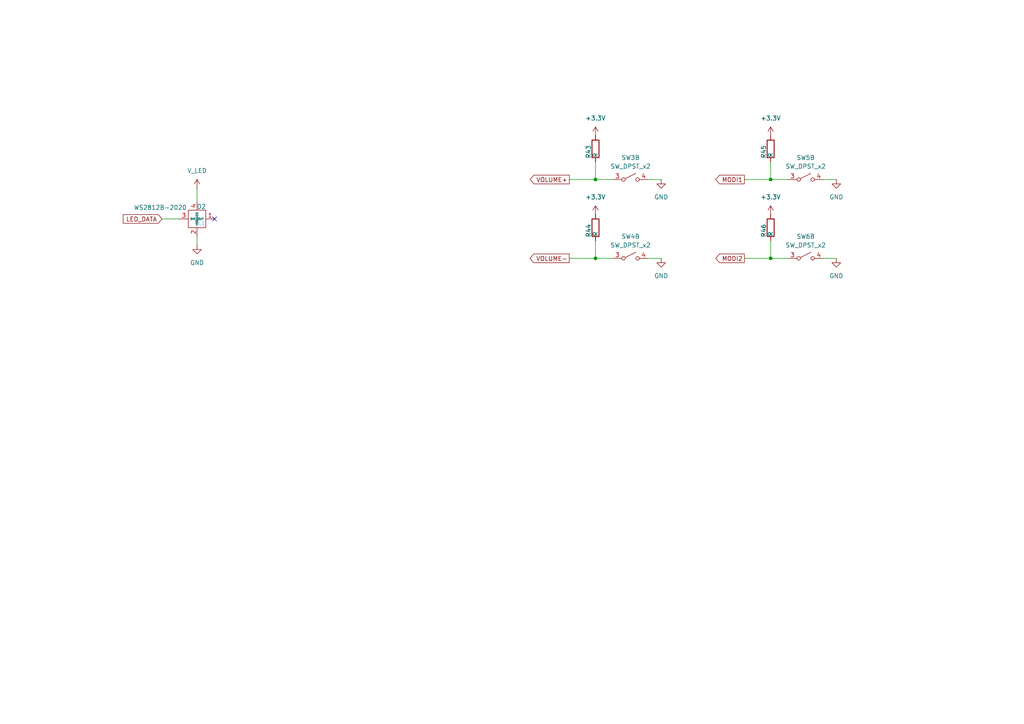
<source format=kicad_sch>
(kicad_sch (version 20231120) (generator "eeschema") (generator_version "8.0")
  (paper "A4")
  (lib_symbols
    (symbol "Device:R" (pin_numbers hide) (pin_names (offset 0))
      (property "Reference" "R" (at 2.032 0 90))
      (property "Value" "R" (at 0 0 90))
      (symbol "R_0_1"
        (rectangle (start -1.016 -2.54) (end 1.016 2.54) (stroke (width 0.254)))
      )
      (symbol "R_1_1"
        (pin passive line (at 0 3.81 270) (length 1.27) (name "~") (number "1"))
        (pin passive line (at 0 -3.81 90) (length 1.27) (name "~") (number "2"))
      )
    )
    (symbol "Matrix2_Schnuppiprojekt:WS2812B-2020_small"
      (property "Reference" "D" (at -2.794 4.826 0))
      (symbol "WS2812B-2020_small_1_1"
        (rectangle (start -2.54 2.54) (end 2.54 -2.54))
        (polyline (pts (xy 1.016 -1.016) (xy 0.508 -1.524) (xy 0.508 -1.27) (xy 0.508 -1.524) (xy 0.762 -1.524)) (stroke (width 0.0762) (color 159 183 255 1)))
        (polyline (pts (xy 1.27 -1.524) (xy 0.762 -2.032) (xy 0.762 -1.778) (xy 0.762 -2.032) (xy 1.016 -2.032)) (stroke (width 0.0762) (color 159 183 255 1)))
        (polyline (pts (xy 1.778 -1.778) (xy 1.27 -0.762) (xy 2.286 -0.762) (xy 1.778 -1.778) (xy 1.778 -0.508) (xy 1.778 -0.508) (xy 1.778 -1.778) (xy 1.27 -1.778) (xy 2.286 -1.778) (xy 1.778 -1.778) (xy 1.778 -2.032) (xy 1.778 -1.778)) (stroke (width 0.0762) (color 159 183 255 1)))
        (pin output line (at 5.08 0 180) (length 2.54) (name "DOUT") (number "1"))
        (pin power_in line (at 0 -5.08 90) (length 2.54) (name "VSS") (number "2"))
        (pin input line (at -5.08 0 0) (length 2.54) (name "DIN") (number "3"))
        (pin power_in line (at 0 5.08 270) (length 2.54) (name "VDD") (number "4"))
      )
    )
    (symbol "Switch:SW_DPST_x2" (pin_names (offset 0) hide)
      (property "Reference" "SW" (at 0 3.175 0))
      (property "Value" "SW_DPST_x2" (at 0 -2.54 0))
      (symbol "SW_DPST_x2_0_0"
        (circle (center -2.032 0) (radius 0.508))
        (polyline (pts (xy -1.524 0.254) (xy 1.524 1.778)))
        (circle (center 2.032 0) (radius 0.508))
      )
      (symbol "SW_DPST_x2_1_1"
        (pin passive line (at -5.08 0 0) (length 2.54) (name "A") (number "1"))
        (pin passive line (at 5.08 0 180) (length 2.54) (name "B") (number "2"))
      )
      (symbol "SW_DPST_x2_2_1"
        (pin passive line (at -5.08 0 0) (length 2.54) (name "A") (number "3"))
        (pin passive line (at 5.08 0 180) (length 2.54) (name "B") (number "4"))
      )
    )
    (symbol "power:+3.3V" (power) (pin_numbers hide) (pin_names (offset 0) hide)
      (property "Value" "+3.3V" (at 0 3.556 0))
      (symbol "+3.3V_0_1"
        (polyline (pts (xy -0.762 1.27) (xy 0 2.54)))
        (polyline (pts (xy 0 0) (xy 0 2.54)))
        (polyline (pts (xy 0 2.54) (xy 0.762 1.27)))
      )
      (symbol "+3.3V_1_1"
        (pin power_in line (at 0 0 90) (length 0) (name "~") (number "1"))
      )
    )
    (symbol "power:GND" (power) (pin_numbers hide) (pin_names (offset 0) hide)
      (property "Value" "GND" (at 0 -3.81 0))
      (symbol "GND_0_1"
        (polyline (pts (xy 0 0) (xy 0 -1.27) (xy 1.27 -1.27) (xy 0 -2.54) (xy -1.27 -1.27) (xy 0 -1.27)))
      )
      (symbol "GND_1_1"
        (pin power_in line (at 0 0 270) (length 0) (name "~") (number "1"))
      )
    )
  )
  (junction (at 172.72 52.07))
  (junction (at 223.52 52.07))
  (junction (at 223.52 74.93))
  (junction (at 172.72 74.93))
  (no_connect (at 62.23 63.5))
  (wire (pts (xy 223.52 52.07) (xy 228.6 52.07)))
  (wire (pts (xy 172.72 52.07) (xy 177.8 52.07)))
  (wire (pts (xy 165.1 52.07) (xy 172.72 52.07)))
  (wire (pts (xy 172.72 46.99) (xy 172.72 52.07)))
  (wire (pts (xy 238.76 74.93) (xy 242.57 74.93)))
  (wire (pts (xy 165.1 74.93) (xy 172.72 74.93)))
  (wire (pts (xy 223.52 74.93) (xy 228.6 74.93)))
  (wire (pts (xy 57.15 54.61) (xy 57.15 58.42)))
  (wire (pts (xy 215.9 74.93) (xy 223.52 74.93)))
  (wire (pts (xy 187.96 52.07) (xy 191.77 52.07)))
  (wire (pts (xy 46.99 63.5) (xy 52.07 63.5)))
  (wire (pts (xy 238.76 52.07) (xy 242.57 52.07)))
  (wire (pts (xy 215.9 52.07) (xy 223.52 52.07)))
  (wire (pts (xy 223.52 69.85) (xy 223.52 74.93)))
  (wire (pts (xy 172.72 74.93) (xy 177.8 74.93)))
  (wire (pts (xy 187.96 74.93) (xy 191.77 74.93)))
  (wire (pts (xy 223.52 46.99) (xy 223.52 52.07)))
  (wire (pts (xy 57.15 71.12) (xy 57.15 68.58)))
  (wire (pts (xy 172.72 69.85) (xy 172.72 74.93)))
  (global_label "MODI1" (shape output) (at 215.9 52.07 180) (property "Intersheetrefs" "${INTERSHEET_REFS}" (effects (hide yes))))
  (global_label "VOLUME+" (shape output) (at 165.1395 52.07 180) (property "Intersheetrefs" "${INTERSHEET_REFS}" (effects (hide yes))))
  (global_label "MODI2" (shape output) (at 215.9 74.93 180) (property "Intersheetrefs" "${INTERSHEET_REFS}" (effects (hide yes))))
  (global_label "VOLUME-" (shape output) (at 165.1 74.93 180) (property "Intersheetrefs" "${INTERSHEET_REFS}" (effects (hide yes))))
  (global_label "LED_DATA" (shape input) (at 46.99 63.5 180) (property "Intersheetrefs" "${INTERSHEET_REFS}" (effects (hide yes))))
  (symbol (lib_id "power:GND") (at 191.77 52.07 0) (unit 1)
    (property "Reference" "#PWR054" (effects (hide yes)))
    (property "Value" "GND" (at 191.77 57.15 0))
    (property "Description" "Power symbol creates a global label with name \"GND\" , ground" (effects (hide yes)))
  )
  (symbol (lib_id "Switch:SW_DPST_x2") (at 233.68 52.07 0) (unit 2)
    (property "Reference" "SW5" (at 233.68 45.72 0))
    (property "Value" "SW_DPST_x2" (at 233.68 48.26 0))
    (property "Footprint" "Matrix2_Schnuppiprojekt:Taster" (effects (hide yes)))
    (property "Datasheet" "file:///C:/data/Projects/SchnuppiProjekt_EnterName/SchnuppiEnterName/Datenblaetter/Taster/ts04-2586192.pdf" (effects (hide yes)))
    (property "Description" "Single Pole Single Throw (SPST) switch, separate symbol" (effects (hide yes)))
    (property "LCSC Part" "C127509" (effects (hide yes)))
  )
  (symbol (lib_id "power:GND") (at 57.15 71.12 0) (unit 1)
    (property "Reference" "#PWR050" (effects (hide yes)))
    (property "Value" "GND" (at 57.15 76.2 0))
    (property "Description" "Power symbol creates a global label with name \"GND\" , ground" (effects (hide yes)))
  )
  (symbol (lib_id "Device:R") (at 172.72 43.18 0) (unit 1)
    (property "Reference" "R43" (at 170.688 45.974 90) (effects (justify left)))
    (property "Value" "R" (at 172.72 45.72 90) (effects (justify left)))
    (property "Description" "Resistor" (effects (hide yes)))
  )
  (symbol (lib_id "Device:R") (at 223.52 43.18 0) (unit 1)
    (property "Reference" "R45" (at 221.488 45.974 90) (effects (justify left)))
    (property "Value" "R" (at 223.52 45.72 90) (effects (justify left)))
    (property "Description" "Resistor" (effects (hide yes)))
  )
  (symbol (lib_id "Matrix2_Schnuppiprojekt:WS2812B-2020_small") (at 57.15 63.5 0) (unit 1)
    (property "Reference" "D2" (at 58.42 59.944 0))
    (property "Value" "WS2812B-2020" (at 46.482 60.198 0))
    (property "Footprint" "LED_SMD:LED_WS2812B-2020_PLCC4_2.0x2.0mm" (effects (hide yes)))
    (property "Datasheet" "file:///C:/data/Projects/SchnuppiProjekt_EnterName/SchnuppiEnterName/Datenblaetter/RGB_LED/WS2812B-2020_V10_EN_181106150240761.pdf" (effects (hide yes)))
    (property "LCSC Part" "C965555" (effects (hide yes)))
  )
  (symbol (lib_id "power:GND") (at 242.57 74.93 0) (unit 1)
    (property "Reference" "#PWR061" (effects (hide yes)))
    (property "Value" "GND" (at 242.57 80.01 0))
    (property "Description" "Power symbol creates a global label with name \"GND\" , ground" (effects (hide yes)))
  )
  (symbol (lib_id "Switch:SW_DPST_x2") (at 182.88 74.93 0) (unit 2)
    (property "Reference" "SW4" (at 182.88 68.58 0))
    (property "Value" "SW_DPST_x2" (at 182.88 71.12 0))
    (property "Footprint" "Matrix2_Schnuppiprojekt:Taster" (effects (hide yes)))
    (property "Datasheet" "file:///C:/data/Projects/SchnuppiProjekt_EnterName/SchnuppiEnterName/Datenblaetter/Taster/ts04-2586192.pdf" (effects (hide yes)))
    (property "Description" "Single Pole Single Throw (SPST) switch, separate symbol" (effects (hide yes)))
    (property "LCSC Part" "C127509" (effects (hide yes)))
  )
  (symbol (lib_id "power:+3.3V") (at 57.15 54.61 0) (unit 1)
    (property "Reference" "#PWR048" (effects (hide yes)))
    (property "Value" "V_LED" (at 57.15 49.53 0))
    (property "Description" "Power symbol creates a global label with name \"+3.3V\"" (effects (hide yes)))
  )
  (symbol (lib_id "power:GND") (at 242.57 52.07 0) (unit 1)
    (property "Reference" "#PWR059" (effects (hide yes)))
    (property "Value" "GND" (at 242.57 57.15 0))
    (property "Description" "Power symbol creates a global label with name \"GND\" , ground" (effects (hide yes)))
  )
  (symbol (lib_id "Device:R") (at 223.52 66.04 0) (unit 1)
    (property "Reference" "R46" (at 221.488 68.834 90) (effects (justify left)))
    (property "Value" "R" (at 223.52 68.58 90) (effects (justify left)))
    (property "Description" "Resistor" (effects (hide yes)))
  )
  (symbol (lib_id "power:+3.3V") (at 223.52 39.37 0) (unit 1)
    (property "Reference" "#PWR058" (effects (hide yes)))
    (property "Value" "+3.3V" (at 223.52 34.29 0))
    (property "Description" "Power symbol creates a global label with name \"+3.3V\"" (effects (hide yes)))
  )
  (symbol (lib_id "Switch:SW_DPST_x2") (at 233.68 74.93 0) (unit 2)
    (property "Reference" "SW6" (at 233.68 68.58 0))
    (property "Value" "SW_DPST_x2" (at 233.68 71.12 0))
    (property "Footprint" "Matrix2_Schnuppiprojekt:Taster" (effects (hide yes)))
    (property "Datasheet" "file:///C:/data/Projects/SchnuppiProjekt_EnterName/SchnuppiEnterName/Datenblaetter/Taster/ts04-2586192.pdf" (effects (hide yes)))
    (property "Description" "Single Pole Single Throw (SPST) switch, separate symbol" (effects (hide yes)))
    (property "LCSC Part" "C127509" (effects (hide yes)))
  )
  (symbol (lib_id "power:GND") (at 191.77 74.93 0) (unit 1)
    (property "Reference" "#PWR055" (effects (hide yes)))
    (property "Value" "GND" (at 191.77 80.01 0))
    (property "Description" "Power symbol creates a global label with name \"GND\" , ground" (effects (hide yes)))
  )
  (symbol (lib_id "Device:R") (at 172.72 66.04 0) (unit 1)
    (property "Reference" "R44" (at 170.688 68.834 90) (effects (justify left)))
    (property "Value" "R" (at 172.72 68.58 90) (effects (justify left)))
    (property "Description" "Resistor" (effects (hide yes)))
  )
  (symbol (lib_id "power:+3.3V") (at 223.52 62.23 0) (unit 1)
    (property "Reference" "#PWR060" (effects (hide yes)))
    (property "Value" "+3.3V" (at 223.52 57.15 0))
    (property "Description" "Power symbol creates a global label with name \"+3.3V\"" (effects (hide yes)))
  )
  (symbol (lib_id "Switch:SW_DPST_x2") (at 182.88 52.07 0) (unit 2)
    (property "Reference" "SW3" (at 182.88 45.72 0))
    (property "Value" "SW_DPST_x2" (at 182.88 48.26 0))
    (property "Footprint" "Matrix2_Schnuppiprojekt:Taster" (effects (hide yes)))
    (property "Datasheet" "file:///C:/data/Projects/SchnuppiProjekt_EnterName/SchnuppiEnterName/Datenblaetter/Taster/ts04-2586192.pdf" (effects (hide yes)))
    (property "Description" "Single Pole Single Throw (SPST) switch, separate symbol" (effects (hide yes)))
    (property "LCSC Part" "C127509" (effects (hide yes)))
  )
  (symbol (lib_id "power:+3.3V") (at 172.72 62.23 0) (unit 1)
    (property "Reference" "#PWR056" (effects (hide yes)))
    (property "Value" "+3.3V" (at 172.72 57.15 0))
    (property "Description" "Power symbol creates a global label with name \"+3.3V\"" (effects (hide yes)))
  )
  (symbol (lib_id "power:+3.3V") (at 172.72 39.37 0) (unit 1)
    (property "Reference" "#PWR057" (effects (hide yes)))
    (property "Value" "+3.3V" (at 172.72 34.29 0))
    (property "Description" "Power symbol creates a global label with name \"+3.3V\"" (effects (hide yes)))
  )
)
</source>
